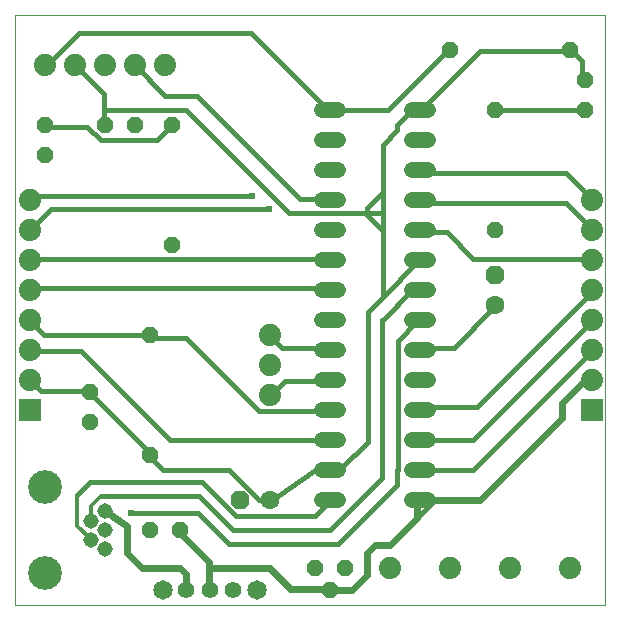
<source format=gtl>
G75*
%MOIN*%
%OFA0B0*%
%FSLAX25Y25*%
%IPPOS*%
%LPD*%
%AMOC8*
5,1,8,0,0,1.08239X$1,22.5*
%
%ADD10C,0.00000*%
%ADD11C,0.06300*%
%ADD12OC8,0.06300*%
%ADD13OC8,0.05200*%
%ADD14C,0.07400*%
%ADD15R,0.07400X0.07400*%
%ADD16C,0.05150*%
%ADD17C,0.11220*%
%ADD18C,0.05200*%
%ADD19C,0.05543*%
%ADD20C,0.06496*%
%ADD21C,0.01600*%
%ADD22C,0.02400*%
%ADD23C,0.01200*%
%ADD24C,0.02400*%
D10*
X0006014Y0002200D02*
X0202864Y0002200D01*
X0202864Y0199050D01*
X0006014Y0199050D01*
X0006014Y0002200D01*
D11*
X0091014Y0037200D03*
X0166014Y0102200D03*
D12*
X0166014Y0112200D03*
X0081014Y0037200D03*
D13*
X0061014Y0027200D03*
X0051014Y0027200D03*
X0051014Y0052200D03*
X0031014Y0063263D03*
X0031014Y0073263D03*
X0051014Y0092200D03*
X0058514Y0122200D03*
X0058514Y0162200D03*
X0046014Y0162200D03*
X0036014Y0162200D03*
X0016014Y0162200D03*
X0016014Y0152200D03*
X0151014Y0187200D03*
X0166014Y0167200D03*
X0191014Y0187200D03*
X0196014Y0177200D03*
X0196014Y0167200D03*
X0166014Y0127200D03*
X0116014Y0014700D03*
X0111014Y0007200D03*
X0106014Y0014700D03*
D14*
X0131014Y0014700D03*
X0151014Y0014700D03*
X0171014Y0014700D03*
X0191014Y0014700D03*
X0198514Y0077200D03*
X0198514Y0087200D03*
X0198514Y0097200D03*
X0198514Y0107200D03*
X0198514Y0117200D03*
X0198514Y0127200D03*
X0198514Y0137200D03*
X0091014Y0092200D03*
X0091014Y0082200D03*
X0091014Y0072200D03*
X0011014Y0077200D03*
X0011014Y0087200D03*
X0011014Y0097200D03*
X0011014Y0107200D03*
X0011014Y0117200D03*
X0011014Y0127200D03*
X0011014Y0137200D03*
X0016014Y0182200D03*
X0026014Y0182200D03*
X0036014Y0182200D03*
X0046014Y0182200D03*
X0056014Y0182200D03*
D15*
X0011014Y0067200D03*
X0198514Y0067200D03*
D16*
X0036093Y0033499D03*
X0031368Y0030350D03*
X0036093Y0027200D03*
X0031368Y0024050D03*
X0036093Y0020901D03*
D17*
X0016014Y0012830D03*
X0016014Y0041570D03*
D18*
X0108414Y0037200D02*
X0113614Y0037200D01*
X0113614Y0047200D02*
X0108414Y0047200D01*
X0108414Y0057200D02*
X0113614Y0057200D01*
X0113614Y0067200D02*
X0108414Y0067200D01*
X0108414Y0077200D02*
X0113614Y0077200D01*
X0113614Y0087200D02*
X0108414Y0087200D01*
X0108414Y0097200D02*
X0113614Y0097200D01*
X0113614Y0107200D02*
X0108414Y0107200D01*
X0108414Y0117200D02*
X0113614Y0117200D01*
X0113614Y0127200D02*
X0108414Y0127200D01*
X0108414Y0137200D02*
X0113614Y0137200D01*
X0113614Y0147200D02*
X0108414Y0147200D01*
X0108414Y0157200D02*
X0113614Y0157200D01*
X0113614Y0167200D02*
X0108414Y0167200D01*
X0138414Y0167200D02*
X0143614Y0167200D01*
X0143614Y0157200D02*
X0138414Y0157200D01*
X0138414Y0147200D02*
X0143614Y0147200D01*
X0143614Y0137200D02*
X0138414Y0137200D01*
X0138414Y0127200D02*
X0143614Y0127200D01*
X0143614Y0117200D02*
X0138414Y0117200D01*
X0138414Y0107200D02*
X0143614Y0107200D01*
X0143614Y0097200D02*
X0138414Y0097200D01*
X0138414Y0087200D02*
X0143614Y0087200D01*
X0143614Y0077200D02*
X0138414Y0077200D01*
X0138414Y0067200D02*
X0143614Y0067200D01*
X0143614Y0057200D02*
X0138414Y0057200D01*
X0138414Y0047200D02*
X0143614Y0047200D01*
X0143614Y0037200D02*
X0138414Y0037200D01*
D19*
X0078888Y0007200D03*
X0071014Y0007200D03*
X0063140Y0007200D03*
D20*
X0055266Y0007200D03*
X0086762Y0007200D03*
D21*
X0071014Y0007200D02*
X0070914Y0007700D01*
X0077514Y0022500D02*
X0067014Y0033000D01*
X0044814Y0033000D01*
X0034614Y0038500D02*
X0067314Y0038500D01*
X0078614Y0027200D01*
X0111014Y0027200D01*
X0128514Y0044700D01*
X0128514Y0097286D01*
X0128600Y0097286D01*
X0138514Y0107200D01*
X0141014Y0107200D01*
X0140214Y0116600D02*
X0141014Y0117200D01*
X0140214Y0116600D02*
X0128614Y0105000D01*
X0128614Y0133100D01*
X0097314Y0133100D01*
X0063214Y0167200D01*
X0035714Y0167200D01*
X0035714Y0162800D01*
X0036014Y0162200D01*
X0034614Y0157300D02*
X0053314Y0157300D01*
X0057714Y0161700D01*
X0058514Y0162200D01*
X0057714Y0162800D01*
X0056114Y0172100D02*
X0046014Y0182200D01*
X0035714Y0172700D02*
X0026914Y0181500D01*
X0026014Y0182200D01*
X0017014Y0182600D02*
X0016014Y0182200D01*
X0017014Y0182600D02*
X0027514Y0193100D01*
X0084614Y0193100D01*
X0110514Y0167200D01*
X0111014Y0167200D01*
X0130314Y0167200D01*
X0150114Y0187000D01*
X0151014Y0187200D01*
X0161114Y0187000D02*
X0141314Y0167200D01*
X0141014Y0167200D01*
X0138514Y0167200D01*
X0133514Y0162200D01*
X0133514Y0160500D01*
X0128614Y0155600D01*
X0128614Y0133100D01*
X0123514Y0132200D02*
X0123514Y0134700D01*
X0128514Y0139700D01*
X0123514Y0132200D02*
X0128514Y0127200D01*
X0141014Y0127200D02*
X0141314Y0126500D01*
X0150014Y0126500D01*
X0158814Y0117700D01*
X0198514Y0117700D01*
X0198514Y0117200D01*
X0198514Y0107200D02*
X0198514Y0106700D01*
X0160014Y0068200D01*
X0141314Y0068200D01*
X0141014Y0067200D01*
X0141014Y0057200D02*
X0158914Y0057200D01*
X0198514Y0096800D01*
X0198514Y0097200D01*
X0198514Y0087200D02*
X0198514Y0086900D01*
X0158914Y0047300D01*
X0141314Y0047300D01*
X0141014Y0047200D01*
X0133614Y0047300D02*
X0133514Y0047200D01*
X0133514Y0042200D01*
X0113814Y0022500D01*
X0077514Y0022500D01*
X0079714Y0031900D02*
X0106114Y0031900D01*
X0110514Y0036300D01*
X0111014Y0037200D01*
X0111014Y0047200D02*
X0111614Y0047300D01*
X0111614Y0047800D01*
X0107214Y0047800D01*
X0091814Y0037400D01*
X0091014Y0037200D01*
X0090714Y0037400D01*
X0087414Y0037400D01*
X0077514Y0047300D01*
X0055514Y0047300D01*
X0051114Y0051700D01*
X0051014Y0052200D01*
X0051114Y0052800D01*
X0031314Y0072600D01*
X0031014Y0073263D01*
X0030214Y0073700D01*
X0014814Y0073700D01*
X0011514Y0077000D01*
X0011014Y0077200D01*
X0011514Y0086900D02*
X0011014Y0087200D01*
X0011514Y0086900D02*
X0028014Y0086900D01*
X0057714Y0057200D01*
X0111014Y0057200D01*
X0111614Y0047800D02*
X0114914Y0047800D01*
X0123714Y0056600D01*
X0123714Y0100100D01*
X0128614Y0105000D01*
X0140214Y0096800D02*
X0141014Y0097200D01*
X0140214Y0096800D02*
X0133614Y0090200D01*
X0133614Y0047300D01*
X0141014Y0037200D02*
X0141314Y0037400D01*
X0141014Y0037200D02*
X0140214Y0036300D01*
X0141014Y0032200D02*
X0146014Y0037200D01*
X0111014Y0007200D02*
X0110514Y0007700D01*
X0079714Y0031900D02*
X0068414Y0043200D01*
X0031014Y0043200D01*
X0026914Y0039100D01*
X0031314Y0030800D02*
X0031368Y0030350D01*
X0031314Y0024200D02*
X0031368Y0024050D01*
X0087414Y0067100D02*
X0110514Y0067100D01*
X0111014Y0067200D01*
X0110514Y0077000D02*
X0111014Y0077200D01*
X0110514Y0077000D02*
X0096214Y0077000D01*
X0091814Y0072600D01*
X0091014Y0072200D01*
X0087414Y0067100D02*
X0063214Y0091300D01*
X0051114Y0091300D01*
X0051014Y0092200D01*
X0050014Y0092400D01*
X0015914Y0092400D01*
X0011514Y0096800D01*
X0011014Y0097200D01*
X0011014Y0107200D02*
X0011514Y0107800D01*
X0110514Y0107800D01*
X0111014Y0107200D01*
X0111014Y0117200D02*
X0110514Y0117700D01*
X0011514Y0117700D01*
X0011014Y0117200D01*
X0011014Y0127200D02*
X0011514Y0127600D01*
X0018114Y0134200D01*
X0090714Y0134200D01*
X0085214Y0138600D02*
X0012614Y0138600D01*
X0011514Y0137500D01*
X0011014Y0137200D01*
X0034614Y0157300D02*
X0030214Y0161700D01*
X0017014Y0161700D01*
X0016014Y0162200D01*
X0035714Y0167200D02*
X0035714Y0172700D01*
X0056114Y0172100D02*
X0066614Y0172100D01*
X0101214Y0137500D01*
X0110514Y0137500D01*
X0111014Y0137200D01*
X0141014Y0137200D02*
X0141314Y0136400D01*
X0189714Y0136400D01*
X0198514Y0127600D01*
X0198514Y0127200D01*
X0198514Y0137200D02*
X0198514Y0137500D01*
X0189714Y0146300D01*
X0141314Y0146300D01*
X0141014Y0147200D01*
X0166014Y0167200D02*
X0196014Y0167200D01*
X0196014Y0177200D02*
X0195214Y0178200D01*
X0195214Y0183700D01*
X0191914Y0187000D01*
X0191014Y0187200D01*
X0190814Y0187000D01*
X0161114Y0187000D01*
X0166014Y0102200D02*
X0165514Y0101200D01*
X0152314Y0088000D01*
X0141314Y0088000D01*
X0141014Y0087200D01*
X0111014Y0087200D02*
X0110514Y0088000D01*
X0095114Y0088000D01*
X0091814Y0091300D01*
X0091014Y0092200D01*
X0198514Y0077200D02*
X0198514Y0077000D01*
D22*
X0090714Y0134200D03*
X0085214Y0138600D03*
X0044814Y0033000D03*
D23*
X0034614Y0038500D02*
X0031314Y0035200D01*
X0031314Y0030800D01*
X0026914Y0028600D02*
X0026914Y0039100D01*
X0026914Y0028600D02*
X0031314Y0024200D01*
D24*
X0036093Y0033499D02*
X0043514Y0028578D01*
X0043514Y0019700D01*
X0048514Y0014700D01*
X0061014Y0014700D01*
X0063140Y0012574D01*
X0063140Y0007200D01*
X0070914Y0007700D02*
X0070914Y0014600D01*
X0091014Y0014600D01*
X0097914Y0007700D01*
X0110514Y0007700D01*
X0111014Y0007200D02*
X0118514Y0007200D01*
X0123514Y0012200D01*
X0123514Y0019700D01*
X0126014Y0022200D01*
X0131014Y0022200D01*
X0140214Y0031400D01*
X0140214Y0036300D01*
X0141314Y0037400D02*
X0161214Y0037400D01*
X0188514Y0064700D01*
X0188514Y0069700D01*
X0196014Y0077200D01*
X0198514Y0077200D01*
X0070914Y0016500D02*
X0070914Y0014600D01*
X0070914Y0016500D02*
X0061014Y0026400D01*
X0061014Y0027200D01*
M02*

</source>
